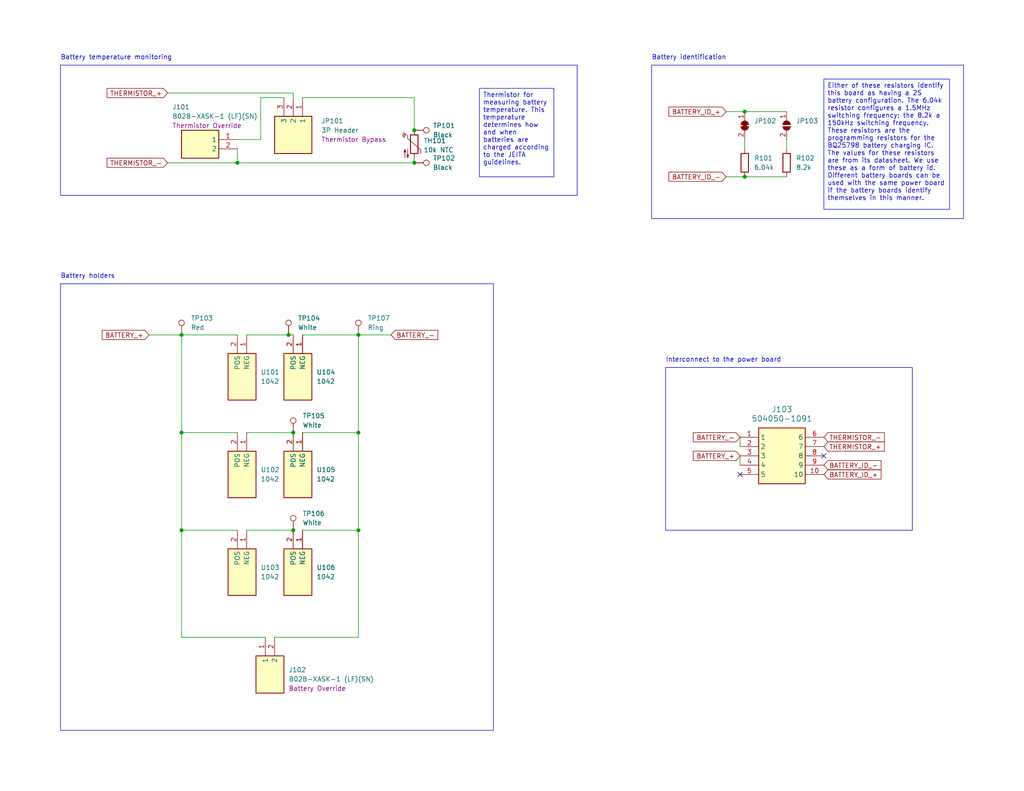
<source format=kicad_sch>
(kicad_sch (version 20230121) (generator eeschema)
  (paper "USLetter")
  (lib_symbols
    (symbol "Connector:TestPoint" (pin_numbers hide) (pin_names (offset 0.762) hide)
      (property "Reference" "TP" (at 0 6.858 0))
      (property "Value" "TestPoint" (at 0 5.08 0))
      (symbol "TestPoint_0_1"
        (circle (center 0 3.302) (radius 0.762))
      )
      (symbol "TestPoint_1_1"
        (pin passive line (at 0 0 90) (length 2.54) (name "1") (number "1"))
      )
    )
    (symbol "Device:R" (pin_numbers hide) (pin_names (offset 0))
      (property "Reference" "R" (at 2.032 0 90))
      (property "Value" "R" (at 0 0 90))
      (symbol "R_0_1"
        (rectangle (start -1.016 -2.54) (end 1.016 2.54) (stroke (width 0.254)))
      )
      (symbol "R_1_1"
        (pin passive line (at 0 3.81 270) (length 1.27) (name "~") (number "1"))
        (pin passive line (at 0 -3.81 90) (length 1.27) (name "~") (number "2"))
      )
    )
    (symbol "Device:Thermistor_NTC" (pin_numbers hide) (pin_names (offset 0))
      (property "Reference" "TH" (at -4.445 0 90))
      (property "Value" "Thermistor_NTC" (at 3.175 0 90))
      (symbol "Thermistor_NTC_0_1"
        (arc (start -3.048 2.159) (mid -3.0495 2.3143) (end -3.175 2.413))
        (arc (start -3.048 2.159) (mid -2.9736 1.9794) (end -2.794 1.905))
        (arc (start -3.048 2.794) (mid -2.9736 2.6144) (end -2.794 2.54))
        (arc (start -2.794 1.905) (mid -2.6144 1.9794) (end -2.54 2.159))
        (arc (start -2.794 2.54) (mid -2.4393 2.5587) (end -2.159 2.794))
        (arc (start -2.794 3.048) (mid -2.9736 2.9736) (end -3.048 2.794))
        (arc (start -2.54 2.794) (mid -2.6144 2.9736) (end -2.794 3.048))
        (rectangle (start -1.016 2.54) (end 1.016 -2.54) (stroke (width 0.254)))
        (polyline (pts (xy -2.54 2.159) (xy -2.54 2.794)))
        (polyline (pts (xy -1.778 2.54) (xy -1.778 1.524) (xy 1.778 -1.524) (xy 1.778 -2.54)))
        (polyline (pts (xy -2.54 -3.683) (xy -2.54 -1.397) (xy -2.794 -2.159) (xy -2.286 -2.159) (xy -2.54 -1.397) (xy -2.54 -1.651)) (fill (type outline)))
        (polyline (pts (xy -1.778 -1.397) (xy -1.778 -3.683) (xy -2.032 -2.921) (xy -1.524 -2.921) (xy -1.778 -3.683) (xy -1.778 -3.429)) (fill (type outline)))
      )
      (symbol "Thermistor_NTC_1_1"
        (pin passive line (at 0 3.81 270) (length 1.27) (name "~") (number "1"))
        (pin passive line (at 0 -3.81 90) (length 1.27) (name "~") (number "2"))
      )
    )
    (symbol "JST B02B-XASK-1 (LF)(SN):B02B-XASK-1__LF__SN_"
      (property "Reference" "J" (at 16.51 7.62 0))
      (property "Value" "B02B-XASK-1__LF__SN_" (at 16.51 5.08 0))
      (symbol "B02B-XASK-1__LF__SN__1_1"
        (rectangle (start 5.08 2.54) (end 15.24 -5.08) (stroke (width 0.254)) (fill (type background)))
        (pin passive line (at 0 -2.54 0) (length 5.08) (name "1") (number "1"))
        (pin passive line (at 0 0 0) (length 5.08) (name "2") (number "2"))
      )
    )
    (symbol "Jumper:SolderJumper_2_Bridged" (pin_names (offset 0) hide)
      (property "Reference" "JP" (at 0 2.032 0))
      (property "Value" "SolderJumper_2_Bridged" (at 0 -2.54 0))
      (symbol "SolderJumper_2_Bridged_0_1"
        (rectangle (start -0.508 0.508) (end 0.508 -0.508) (fill (type outline)))
        (arc (start -0.254 1.016) (mid -1.2656 0) (end -0.254 -1.016))
        (arc (start -0.254 1.016) (mid -1.2656 0) (end -0.254 -1.016) (fill (type outline)))
        (polyline (pts (xy -0.254 1.016) (xy -0.254 -1.016)))
        (polyline (pts (xy 0.254 1.016) (xy 0.254 -1.016)))
        (arc (start 0.254 -1.016) (mid 1.2656 0) (end 0.254 1.016))
        (arc (start 0.254 -1.016) (mid 1.2656 0) (end 0.254 1.016) (fill (type outline)))
      )
      (symbol "SolderJumper_2_Bridged_1_1"
        (pin passive line (at -3.81 0 0) (length 2.54) (name "A") (number "1"))
        (pin passive line (at 3.81 0 180) (length 2.54) (name "B") (number "2"))
      )
    )
    (symbol "Jumper:SolderJumper_2_Open" (pin_names (offset 0) hide)
      (property "Reference" "JP" (at 0 2.032 0))
      (property "Value" "SolderJumper_2_Open" (at 0 -2.54 0))
      (symbol "SolderJumper_2_Open_0_1"
        (arc (start -0.254 1.016) (mid -1.2656 0) (end -0.254 -1.016))
        (arc (start -0.254 1.016) (mid -1.2656 0) (end -0.254 -1.016) (fill (type outline)))
        (polyline (pts (xy -0.254 1.016) (xy -0.254 -1.016)))
        (polyline (pts (xy 0.254 1.016) (xy 0.254 -1.016)))
        (arc (start 0.254 -1.016) (mid 1.2656 0) (end 0.254 1.016))
        (arc (start 0.254 -1.016) (mid 1.2656 0) (end 0.254 1.016) (fill (type outline)))
      )
      (symbol "SolderJumper_2_Open_1_1"
        (pin passive line (at -3.81 0 0) (length 2.54) (name "A") (number "1"))
        (pin passive line (at 3.81 0 180) (length 2.54) (name "B") (number "2"))
      )
    )
    (symbol "Keystone 1042:1042"
      (property "Reference" "U" (at 19.05 7.62 0))
      (property "Value" "1042" (at 19.05 5.08 0))
      (symbol "1042_1_1"
        (rectangle (start 5.08 2.54) (end 17.78 -5.08) (stroke (width 0.254)) (fill (type background)))
        (pin passive line (at 0 0 0) (length 5.08) (name "NEG") (number "1"))
        (pin passive line (at 0 -2.54 0) (length 5.08) (name "POS") (number "2"))
      )
    )
    (symbol "Molex 504050-1091:504050-1091"
      (property "Reference" "J" (at 19.05 7.62 0))
      (property "Value" "504050-1091" (at 19.05 5.08 0))
      (symbol "504050-1091_1_1"
        (rectangle (start 5.08 2.54) (end 17.78 -12.7) (stroke (width 0.254)) (fill (type background)))
        (pin passive line (at 0 0 0) (length 5.08) (name "1") (number "1"))
        (pin passive line (at 22.86 -10.16 180) (length 5.08) (name "10") (number "10"))
        (pin passive line (at 0 -2.54 0) (length 5.08) (name "2") (number "2"))
        (pin passive line (at 0 -5.08 0) (length 5.08) (name "3") (number "3"))
        (pin passive line (at 0 -7.62 0) (length 5.08) (name "4") (number "4"))
        (pin passive line (at 0 -10.16 0) (length 5.08) (name "5") (number "5"))
        (pin passive line (at 22.86 0 180) (length 5.08) (name "6") (number "6"))
        (pin passive line (at 22.86 -2.54 180) (length 5.08) (name "7") (number "7"))
        (pin passive line (at 22.86 -5.08 180) (length 5.08) (name "8") (number "8"))
        (pin passive line (at 22.86 -7.62 180) (length 5.08) (name "9") (number "9"))
      )
    )
    (symbol "Würth 61300311121:61300311121"
      (property "Reference" "J" (at 16.51 7.62 0))
      (property "Value" "61300311121" (at 16.51 5.08 0))
      (symbol "61300311121_1_1"
        (rectangle (start 5.08 2.54) (end 15.24 -7.62) (stroke (width 0.254)) (fill (type background)))
        (pin passive line (at 0 0 0) (length 5.08) (name "1") (number "1"))
        (pin passive line (at 0 -2.54 0) (length 5.08) (name "2") (number "2"))
        (pin passive line (at 0 -5.08 0) (length 5.08) (name "3") (number "3"))
      )
    )
  )
  (junction (at 80.01 144.78))
  (junction (at 64.77 44.45))
  (junction (at 49.53 144.78))
  (junction (at 113.03 35.56))
  (junction (at 97.79 144.78))
  (junction (at 49.53 118.11))
  (junction (at 97.79 91.44))
  (junction (at 203.2 48.26))
  (junction (at 113.03 44.45))
  (junction (at 203.2 30.48))
  (junction (at 49.53 91.44))
  (junction (at 97.79 118.11))
  (junction (at 80.01 118.11))
  (junction (at 78.74 91.44))
  (no_connect (at 224.79 124.46))
  (no_connect (at 201.93 129.54))
  (wire (pts (xy 74.93 173.99) (xy 97.79 173.99)))
  (wire (pts (xy 71.12 38.1) (xy 64.77 38.1)))
  (wire (pts (xy 97.79 91.44) (xy 97.79 118.11)))
  (wire (pts (xy 203.2 38.1) (xy 203.2 40.64)))
  (wire (pts (xy 201.93 124.46) (xy 201.93 127)))
  (wire (pts (xy 45.72 44.45) (xy 64.77 44.45)))
  (wire (pts (xy 203.2 30.48) (xy 198.12 30.48)))
  (wire (pts (xy 198.12 48.26) (xy 203.2 48.26)))
  (wire (pts (xy 97.79 173.99) (xy 97.79 144.78)))
  (wire (pts (xy 49.53 144.78) (xy 64.77 144.78)))
  (wire (pts (xy 97.79 118.11) (xy 97.79 144.78)))
  (wire (pts (xy 49.53 118.11) (xy 49.53 144.78)))
  (wire (pts (xy 64.77 44.45) (xy 113.03 44.45)))
  (wire (pts (xy 80.01 25.4) (xy 80.01 26.67)))
  (wire (pts (xy 67.31 144.78) (xy 80.01 144.78)))
  (wire (pts (xy 80.01 91.44) (xy 78.74 91.44)))
  (wire (pts (xy 201.93 119.38) (xy 201.93 121.92)))
  (wire (pts (xy 203.2 30.48) (xy 214.63 30.48)))
  (wire (pts (xy 49.53 118.11) (xy 64.77 118.11)))
  (wire (pts (xy 113.03 26.67) (xy 82.55 26.67)))
  (wire (pts (xy 67.31 118.11) (xy 80.01 118.11)))
  (wire (pts (xy 67.31 91.44) (xy 78.74 91.44)))
  (wire (pts (xy 214.63 38.1) (xy 214.63 40.64)))
  (wire (pts (xy 97.79 144.78) (xy 82.55 144.78)))
  (wire (pts (xy 203.2 48.26) (xy 214.63 48.26)))
  (wire (pts (xy 45.72 25.4) (xy 80.01 25.4)))
  (wire (pts (xy 97.79 91.44) (xy 106.68 91.44)))
  (wire (pts (xy 72.39 173.99) (xy 49.53 173.99)))
  (wire (pts (xy 71.12 26.67) (xy 71.12 38.1)))
  (wire (pts (xy 49.53 91.44) (xy 64.77 91.44)))
  (wire (pts (xy 82.55 118.11) (xy 97.79 118.11)))
  (wire (pts (xy 113.03 44.45) (xy 113.03 43.18)))
  (wire (pts (xy 82.55 91.44) (xy 97.79 91.44)))
  (wire (pts (xy 113.03 35.56) (xy 113.03 26.67)))
  (wire (pts (xy 71.12 26.67) (xy 77.47 26.67)))
  (wire (pts (xy 40.64 91.44) (xy 49.53 91.44)))
  (wire (pts (xy 64.77 40.64) (xy 64.77 44.45)))
  (wire (pts (xy 49.53 173.99) (xy 49.53 144.78)))
  (wire (pts (xy 49.53 91.44) (xy 49.53 118.11)))
  (rectangle (start 16.51 77.47) (end 134.62 199.39))
  (rectangle (start 16.51 17.78) (end 157.48 53.34))
  (rectangle (start 181.61 100.33) (end 248.92 144.78))
  (rectangle (start 177.8 17.78) (end 262.89 59.69))
  (text_box "Thermistor for measuring battery temperature. This temperature determines how and when batteries are charged according to the JEITA guidelines." (at 130.81 24.13 0) (size 20.32 24.13) (effects (font (size 1.27 1.27)) (justify left top)))
  (text_box "Either of these resistors identify this board as having a 2S battery configuration. The 6.04k resistor configures a 1.5MHz switching frequency; the 8.2k a 150kHz switching frequency. These resistors are the programming resistors for the BQ25798 battery charging IC. The values for these resistors are from its datasheet. We use these as a form of battery id. Different battery boards can be used with the same power board if the battery boards identify themselves in this manner." (at 224.79 21.59 0) (size 34.29 35.56) (effects (font (size 1.27 1.27)) (justify left top)))
  (text "Battery identification" (at 177.8 16.51 0) (effects (font (size 1.27 1.27)) (justify left bottom)))
  (text "Battery temperature monitoring" (at 16.51 16.51 0) (effects (font (size 1.27 1.27)) (justify left bottom)))
  (text "Battery holders" (at 16.51 76.2 0) (effects (font (size 1.27 1.27)) (justify left bottom)))
  (text "Interconnect to the power board" (at 181.61 99.06 0) (effects (font (size 1.27 1.27)) (justify left bottom)))
  (global_label "BATTERY_+" (shape input) (at 201.93 124.46 180) (property "Intersheetrefs" "${INTERSHEET_REFS}" (effects hide)))
  (global_label "BATTERY_ID_+" (shape input) (at 224.79 129.54 0) (property "Intersheetrefs" "${INTERSHEET_REFS}" (effects hide)))
  (global_label "THERMISTOR_+" (shape input) (at 224.79 121.92 0) (property "Intersheetrefs" "${INTERSHEET_REFS}" (effects hide)))
  (global_label "THERMISTOR_+" (shape input) (at 45.72 25.4 180) (property "Intersheetrefs" "${INTERSHEET_REFS}" (effects hide)))
  (global_label "BATTERY_ID_+" (shape input) (at 198.12 30.48 180) (property "Intersheetrefs" "${INTERSHEET_REFS}" (effects hide)))
  (global_label "BATTERY_ID_-" (shape input) (at 198.12 48.26 180) (property "Intersheetrefs" "${INTERSHEET_REFS}" (effects hide)))
  (global_label "THERMISTOR_-" (shape input) (at 224.79 119.38 0) (property "Intersheetrefs" "${INTERSHEET_REFS}" (effects hide)))
  (global_label "BATTERY_-" (shape input) (at 106.68 91.44 0) (property "Intersheetrefs" "${INTERSHEET_REFS}" (effects hide)))
  (global_label "THERMISTOR_-" (shape input) (at 45.72 44.45 180) (property "Intersheetrefs" "${INTERSHEET_REFS}" (effects hide)))
  (global_label "BATTERY_+" (shape input) (at 40.64 91.44 180) (property "Intersheetrefs" "${INTERSHEET_REFS}" (effects hide)))
  (global_label "BATTERY_-" (shape input) (at 201.93 119.38 180) (property "Intersheetrefs" "${INTERSHEET_REFS}" (effects hide)))
  (global_label "BATTERY_ID_-" (shape input) (at 224.79 127 0) (property "Intersheetrefs" "${INTERSHEET_REFS}" (effects hide)))
  (symbol (lib_id "Jumper:SolderJumper_2_Open") (at 214.63 34.29 270) (unit 1)
    (property "Reference" "JP103" (at 217.17 33.02 90) (effects (justify left)))
    (property "Value" "SolderJumper_2_Open" (effects hide))
  )
  (symbol (lib_id "Connector:TestPoint") (at 113.03 44.45 270) (unit 1)
    (property "Reference" "TP102" (at 118.11 43.18 90) (effects (justify left)))
    (property "Value" "Black" (at 118.11 45.72 90) (effects (justify left)))
    (property "Footprint" "TestPoint:TestPoint_Keystone_5000-5004_Miniature" (effects hide))
    (property "Active" "Y" (effects hide))
    (property "MPN" "C238122" (effects hide))
    (property "Manufacturer" "Keystone" (effects hide))
    (property "Manufacturer Part Number" "5001" (effects hide))
  )
  (symbol (lib_id "Keystone 1042:1042") (at 82.55 91.44 270) (unit 1)
    (property "Reference" "U104" (at 86.36 101.6 90) (effects (justify left)))
    (property "Value" "1042" (at 86.36 104.14 90) (effects (justify left)))
    (property "Footprint" "footprints:KEYSTONE-1042" (effects hide))
    (property "Datasheet" "http://www.mouser.com/ds/2/215/042-744829.pdf" (effects hide))
    (property "Manufacturer_Name" "Keystone Electronics" (effects hide))
    (property "Manufacturer_Part_Number" "1042" (effects hide))
    (property "Mouser Part Number" "534-1042" (effects hide))
    (property "Mouser Price/Stock" "https://www.mouser.co.uk/ProductDetail/Keystone-Electronics/1042?qs=%2F7TOpeL5Mz4qPdWi9tuLKw%3D%3D" (effects hide))
    (property "Arrow Part Number" "1042" (effects hide))
    (property "Arrow Price/Stock" "https://www.arrow.com/en/products/1042/keystone-electronics?region=europe" (effects hide))
    (property "MPN" "C5249310" (effects hide))
    (property "Manufacturer" "Keystone" (effects hide))
    (property "Manufacturer Part Number" "1042" (effects hide))
    (property "Active" "Y" (effects hide))
  )
  (symbol (lib_id "Connector:TestPoint") (at 113.03 35.56 270) (unit 1)
    (property "Reference" "TP101" (at 118.11 34.29 90) (effects (justify left)))
    (property "Value" "Black" (at 118.11 36.83 90) (effects (justify left)))
    (property "Footprint" "TestPoint:TestPoint_Keystone_5000-5004_Miniature" (effects hide))
    (property "Active" "Y" (effects hide))
    (property "MPN" "C238122" (effects hide))
    (property "Manufacturer" "Keystone" (effects hide))
    (property "Manufacturer Part Number" "5001" (effects hide))
  )
  (symbol (lib_id "Connector:TestPoint") (at 80.01 144.78 0) (unit 1)
    (property "Reference" "TP106" (at 82.55 140.208 0) (effects (justify left)))
    (property "Value" "White" (at 82.55 142.748 0) (effects (justify left)))
    (property "Footprint" "TestPoint:TestPoint_Keystone_5000-5004_Miniature" (effects hide))
    (property "Active" "Y" (effects hide))
    (property "MPN" "C238123" (effects hide))
    (property "Manufacturer" "Keystone" (effects hide))
    (property "Manufacturer Part Number" "5002" (effects hide))
  )
  (symbol (lib_id "Connector:TestPoint") (at 78.74 91.44 0) (unit 1)
    (property "Reference" "TP104" (at 81.28 86.868 0) (effects (justify left)))
    (property "Value" "White" (at 81.28 89.408 0) (effects (justify left)))
    (property "Footprint" "TestPoint:TestPoint_Keystone_5000-5004_Miniature" (effects hide))
    (property "Active" "Y" (effects hide))
    (property "MPN" "C238123" (effects hide))
    (property "Manufacturer" "Keystone" (effects hide))
    (property "Manufacturer Part Number" "5002" (effects hide))
  )
  (symbol (lib_id "Device:R") (at 214.63 44.45 0) (unit 1)
    (property "Reference" "R102" (at 217.17 43.18 0) (effects (justify left)))
    (property "Value" "8.2k" (at 217.17 45.72 0) (effects (justify left)))
  )
  (symbol (lib_id "Connector:TestPoint") (at 97.79 91.44 0) (unit 1)
    (property "Reference" "TP107" (at 100.33 86.868 0) (effects (justify left)))
    (property "Value" "Ring" (at 100.33 89.408 0) (effects (justify left)))
    (property "Footprint" "TestPoint:TestPoint_Keystone_5019_Minature" (effects hide))
    (property "Active" "Y" (effects hide))
    (property "MPN" "C238131" (effects hide))
    (property "Manufacturer" "Keystone" (effects hide))
    (property "Manufacturer Part Number" "5019" (effects hide))
  )
  (symbol (lib_id "Molex 504050-1091:504050-1091") (at 201.93 119.38 0) (unit 1)
    (property "Reference" "J103" (at 213.36 111.76 0) (effects (font (size 1.524 1.524))))
    (property "Value" "504050-1091" (at 213.36 114.3 0) (effects (font (size 1.524 1.524))))
    (property "Footprint" "footprints:504050-1091" (effects hide))
    (property "Datasheet" "https://datasheet.datasheetarchive.com/originals/distributors/Datasheets_SAMA/78973205e9f4d17ddd54ea229574413e.pdf" (effects hide))
    (property "Manufacturer_Name" "Molex" (effects hide))
    (property "Manufacturer_Part_Number" "504050-1091" (effects hide))
    (property "Mouser Part Number" "538-504050-1091" (effects hide))
    (property "Mouser Price/Stock" "https://www.mouser.co.uk/ProductDetail/Molex/504050-1091?qs=bvCPb%252BE7ys3Pdh2ki4M4Kw%3D%3D" (effects hide))
    (property "Active" "Y" (effects hide))
    (property "MPN" "C5375652" (effects hide))
    (property "Manufacturer" "MOLEX" (effects hide))
    (property "Manufacturer Part Number" "504050-1091" (effects hide))
  )
  (symbol (lib_id "Jumper:SolderJumper_2_Bridged") (at 203.2 34.29 270) (unit 1)
    (property "Reference" "JP102" (at 205.74 33.02 90) (effects (justify left)))
    (property "Value" "SolderJumper_2_Bridged" (effects hide))
  )
  (symbol (lib_id "Würth 61300311121:61300311121") (at 82.55 26.67 270) (unit 1)
    (property "Reference" "JP101" (at 87.63 33.02 90) (effects (justify left)))
    (property "Value" "3P Header" (at 87.63 35.56 90) (effects (justify left)))
    (property "Footprint" "footprints:HDRV3W64P0X254_1X3_762X254X869P" (effects hide))
    (property "Datasheet" "http://katalog.we-online.de/em/datasheet/6130xx11121.pdf" (effects hide))
    (property "Height" "8.69" (effects hide))
    (property "Manufacturer_Name" "Wurth Elektronik" (effects hide))
    (property "Manufacturer_Part_Number" "61300311121" (effects hide))
    (property "Mouser Part Number" "710-61300311121" (effects hide))
    (property "Mouser Price/Stock" "https://www.mouser.co.uk/ProductDetail/Wurth-Elektronik/61300311121?qs=PhR8RmCirEYxRWFJzNKsUw%3D%3D" (effects hide))
    (property "Purpose" "Thermistor Bypass" (at 105.41 38.1 90) (effects (justify right)))
    (property "MPN" "C2915006" (effects hide))
    (property "Manufacturer" "Wurth Elektronik" (effects hide))
    (property "Manufacturer Part Number" "61300311121" (effects hide))
    (property "Active" "Y" (effects hide))
  )
  (symbol (lib_id "Connector:TestPoint") (at 49.53 91.44 0) (unit 1)
    (property "Reference" "TP103" (at 52.07 86.868 0) (effects (justify left)))
    (property "Value" "Red" (at 52.07 89.408 0) (effects (justify left)))
    (property "Footprint" "TestPoint:TestPoint_Keystone_5000-5004_Miniature" (effects hide))
    (property "Active" "Y" (effects hide))
    (property "MPN" "C5199900" (effects hide))
    (property "Manufacturer" "Keystone" (effects hide))
    (property "Manufacturer Part Number" "5000" (effects hide))
  )
  (symbol (lib_id "Keystone 1042:1042") (at 82.55 118.11 270) (unit 1)
    (property "Reference" "U105" (at 86.36 128.27 90) (effects (justify left)))
    (property "Value" "1042" (at 86.36 130.81 90) (effects (justify left)))
    (property "Footprint" "footprints:KEYSTONE-1042" (effects hide))
    (property "Datasheet" "http://www.mouser.com/ds/2/215/042-744829.pdf" (effects hide))
    (property "Manufacturer_Name" "Keystone Electronics" (effects hide))
    (property "Manufacturer_Part_Number" "1042" (effects hide))
    (property "Mouser Part Number" "534-1042" (effects hide))
    (property "Mouser Price/Stock" "https://www.mouser.co.uk/ProductDetail/Keystone-Electronics/1042?qs=%2F7TOpeL5Mz4qPdWi9tuLKw%3D%3D" (effects hide))
    (property "Arrow Part Number" "1042" (effects hide))
    (property "Arrow Price/Stock" "https://www.arrow.com/en/products/1042/keystone-electronics?region=europe" (effects hide))
    (property "MPN" "C5249310" (effects hide))
    (property "Manufacturer" "Keystone" (effects hide))
    (property "Manufacturer Part Number" "1042" (effects hide))
    (property "Active" "Y" (effects hide))
  )
  (symbol (lib_id "Device:R") (at 203.2 44.45 0) (unit 1)
    (property "Reference" "R101" (at 205.74 43.18 0) (effects (justify left)))
    (property "Value" "6.04k" (at 205.74 45.72 0) (effects (justify left)))
  )
  (symbol (lib_id "Connector:TestPoint") (at 80.01 118.11 0) (unit 1)
    (property "Reference" "TP105" (at 82.55 113.538 0) (effects (justify left)))
    (property "Value" "White" (at 82.55 116.078 0) (effects (justify left)))
    (property "Footprint" "TestPoint:TestPoint_Keystone_5000-5004_Miniature" (effects hide))
    (property "Active" "Y" (effects hide))
    (property "MPN" "C238123" (effects hide))
    (property "Manufacturer" "Keystone" (effects hide))
    (property "Manufacturer Part Number" "5002" (effects hide))
  )
  (symbol (lib_id "JST B02B-XASK-1 (LF)(SN):B02B-XASK-1__LF__SN_") (at 74.93 173.99 270) (unit 1)
    (property "Reference" "J102" (at 78.74 182.88 90) (effects (justify left)))
    (property "Value" "B02B-XASK-1 (LF)(SN)" (at 78.74 185.42 90) (effects (justify left)))
    (property "Footprint" "footprints:B02BXASK1LFSN" (effects hide))
    (property "Datasheet" "https://www.jst-mfg.com/product/pdf/eng/eXA1.pdf" (effects hide))
    (property "Height" "8.8" (effects hide))
    (property "Manufacturer_Name" "JST (JAPAN SOLDERLESS TERMINALS)" (effects hide))
    (property "Manufacturer_Part_Number" "B02B-XASK-1 (LF)(SN)" (effects hide))
    (property "Purpose" "Battery Override" (at 78.74 187.96 90) (effects (justify left)))
    (property "MPN" "C263753" (effects hide))
    (property "Manufacturer" "JST" (effects hide))
    (property "Manufacturer Part Number" "B02B-XASK-1(LF)(SN)" (effects hide))
    (property "Active" "Y" (effects hide))
  )
  (symbol (lib_id "Keystone 1042:1042") (at 67.31 118.11 270) (unit 1)
    (property "Reference" "U102" (at 71.12 128.27 90) (effects (justify left)))
    (property "Value" "1042" (at 71.12 130.81 90) (effects (justify left)))
    (property "Footprint" "footprints:KEYSTONE-1042" (effects hide))
    (property "Datasheet" "http://www.mouser.com/ds/2/215/042-744829.pdf" (effects hide))
    (property "Manufacturer_Name" "Keystone Electronics" (effects hide))
    (property "Manufacturer_Part_Number" "1042" (effects hide))
    (property "Mouser Part Number" "534-1042" (effects hide))
    (property "Mouser Price/Stock" "https://www.mouser.co.uk/ProductDetail/Keystone-Electronics/1042?qs=%2F7TOpeL5Mz4qPdWi9tuLKw%3D%3D" (effects hide))
    (property "Arrow Part Number" "1042" (effects hide))
    (property "Arrow Price/Stock" "https://www.arrow.com/en/products/1042/keystone-electronics?region=europe" (effects hide))
    (property "MPN" "C5249310" (effects hide))
    (property "Manufacturer" "Keystone" (effects hide))
    (property "Manufacturer Part Number" "1042" (effects hide))
    (property "Active" "Y" (effects hide))
  )
  (symbol (lib_id "Device:Thermistor_NTC") (at 113.03 39.37 0) (unit 1)
    (property "Reference" "TH101" (at 115.57 38.4175 0) (effects (justify left)))
    (property "Value" "10k NTC" (at 115.57 40.9575 0) (effects (justify left)))
    (property "Footprint" "Resistor_SMD:R_0402_1005Metric" (effects hide))
    (property "Specs" "103AT-2 10kΩ NTC, but using an SMD component" (effects hide))
    (property "MPN" "C336815" (effects hide))
    (property "Manufacturer" "PANASONIC" (effects hide))
    (property "Manufacturer Part Number" "ERTJ0EG103GA" (effects hide))
    (property "Active" "Y" (effects hide))
  )
  (symbol (lib_id "Keystone 1042:1042") (at 82.55 144.78 270) (unit 1)
    (property "Reference" "U106" (at 86.36 154.94 90) (effects (justify left)))
    (property "Value" "1042" (at 86.36 157.48 90) (effects (justify left)))
    (property "Footprint" "footprints:KEYSTONE-1042" (effects hide))
    (property "Datasheet" "http://www.mouser.com/ds/2/215/042-744829.pdf" (effects hide))
    (property "Manufacturer_Name" "Keystone Electronics" (effects hide))
    (property "Manufacturer_Part_Number" "1042" (effects hide))
    (property "Mouser Part Number" "534-1042" (effects hide))
    (property "Mouser Price/Stock" "https://www.mouser.co.uk/ProductDetail/Keystone-Electronics/1042?qs=%2F7TOpeL5Mz4qPdWi9tuLKw%3D%3D" (effects hide))
    (property "Arrow Part Number" "1042" (effects hide))
    (property "Arrow Price/Stock" "https://www.arrow.com/en/products/1042/keystone-electronics?region=europe" (effects hide))
    (property "MPN" "C5249310" (effects hide))
    (property "Manufacturer" "Keystone" (effects hide))
    (property "Manufacturer Part Number" "1042" (effects hide))
    (property "Active" "Y" (effects hide))
  )
  (symbol (lib_id "JST B02B-XASK-1 (LF)(SN):B02B-XASK-1__LF__SN_") (at 64.77 40.64 180) (unit 1)
    (property "Reference" "J101" (at 46.99 29.21 0) (effects (justify right)))
    (property "Value" "B02B-XASK-1 (LF)(SN)" (at 46.99 31.75 0) (effects (justify right)))
    (property "Footprint" "footprints:B02BXASK1LFSN" (effects hide))
    (property "Datasheet" "https://www.jst-mfg.com/product/pdf/eng/eXA1.pdf" (effects hide))
    (property "Height" "8.8" (effects hide))
    (property "Manufacturer_Name" "JST (JAPAN SOLDERLESS TERMINALS)" (effects hide))
    (property "Manufacturer_Part_Number" "B02B-XASK-1 (LF)(SN)" (effects hide))
    (property "Purpose" "Thermistor Override" (at 46.99 34.29 0) (effects (justify right)))
    (property "MPN" "C263753" (effects hide))
    (property "Manufacturer" "JST" (effects hide))
    (property "Manufacturer Part Number" "B02B-XASK-1(LF)(SN)" (effects hide))
    (property "Active" "Y" (effects hide))
  )
  (symbol (lib_id "Keystone 1042:1042") (at 67.31 144.78 270) (unit 1)
    (property "Reference" "U103" (at 71.12 154.94 90) (effects (justify left)))
    (property "Value" "1042" (at 71.12 157.48 90) (effects (justify left)))
    (property "Footprint" "footprints:KEYSTONE-1042" (effects hide))
    (property "Datasheet" "http://www.mouser.com/ds/2/215/042-744829.pdf" (effects hide))
    (property "Manufacturer_Name" "Keystone Electronics" (effects hide))
    (property "Manufacturer_Part_Number" "1042" (effects hide))
    (property "Mouser Part Number" "534-1042" (effects hide))
    (property "Mouser Price/Stock" "https://www.mouser.co.uk/ProductDetail/Keystone-Electronics/1042?qs=%2F7TOpeL5Mz4qPdWi9tuLKw%3D%3D" (effects hide))
    (property "Arrow Part Number" "1042" (effects hide))
    (property "Arrow Price/Stock" "https://www.arrow.com/en/products/1042/keystone-electronics?region=europe" (effects hide))
    (property "MPN" "C5249310" (effects hide))
    (property "Manufacturer" "Keystone" (effects hide))
    (property "Manufacturer Part Number" "1042" (effects hide))
    (property "Active" "Y" (effects hide))
  )
  (symbol (lib_id "Keystone 1042:1042") (at 67.31 91.44 270) (unit 1)
    (property "Reference" "U101" (at 71.12 101.6 90) (effects (justify left)))
    (property "Value" "1042" (at 71.12 104.14 90) (effects (justify left)))
    (property "Footprint" "footprints:KEYSTONE-1042" (effects hide))
    (property "Datasheet" "http://www.mouser.com/ds/2/215/042-744829.pdf" (effects hide))
    (property "Manufacturer_Name" "Keystone Electronics" (effects hide))
    (property "Manufacturer_Part_Number" "1042" (effects hide))
    (property "Mouser Part Number" "534-1042" (effects hide))
    (property "Mouser Price/Stock" "https://www.mouser.co.uk/ProductDetail/Keystone-Electronics/1042?qs=%2F7TOpeL5Mz4qPdWi9tuLKw%3D%3D" (effects hide))
    (property "Arrow Part Number" "1042" (effects hide))
    (property "Arrow Price/Stock" "https://www.arrow.com/en/products/1042/keystone-electronics?region=europe" (effects hide))
    (property "MPN" "C5249310" (effects hide))
    (property "Manufacturer" "Keystone" (effects hide))
    (property "Manufacturer Part Number" "1042" (effects hide))
    (property "Active" "Y" (effects hide))
  )
)
</source>
